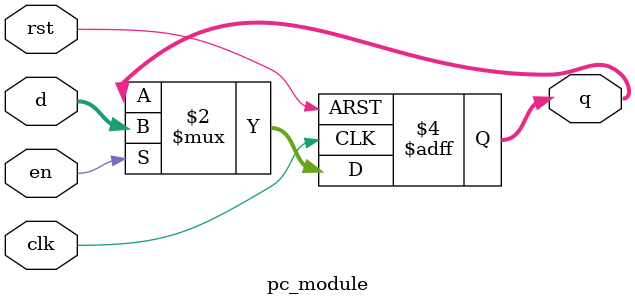
<source format=v>
`timescale 1ns / 1ps


module pc_module #(parameter WIDTH = 32)
    (input clk,
     input rst,
     input en,
     input [WIDTH-1:0] d,
     output reg [WIDTH-1:0] q);
    
always @(posedge clk, posedge rst) begin
    if (rst) begin
        q <= 32'hbfc00000;
    end else if (en) begin
        q <= d;
    end
end
endmodule

</source>
